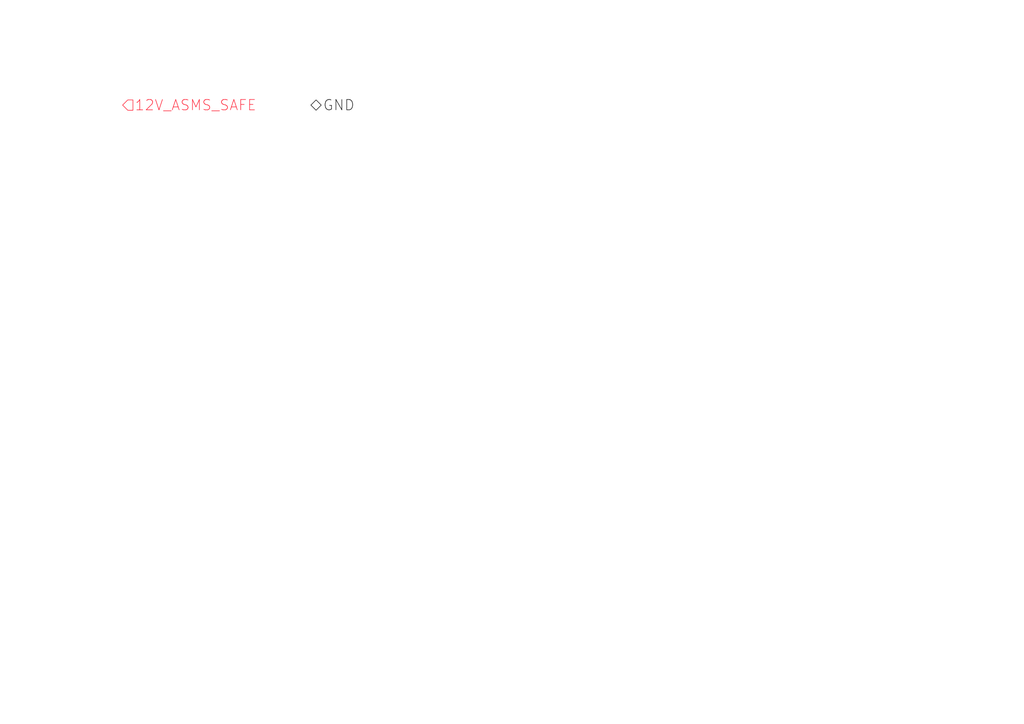
<source format=kicad_sch>
(kicad_sch
	(version 20250114)
	(generator "eeschema")
	(generator_version "9.0")
	(uuid "6da456ba-edbc-419b-a198-b2b2ba4ac2d6")
	(paper "A4")
	(lib_symbols)
	(hierarchical_label "GND"
		(shape bidirectional)
		(at 90.17 30.48 0)
		(effects
			(font
				(size 3 3)
				(color 0 0 0 1)
			)
			(justify left)
		)
		(uuid "752b731f-9335-489c-b55d-67ed68a1f9df")
	)
	(hierarchical_label "12V_ASMS_SAFE"
		(shape input)
		(at 35.56 30.48 0)
		(effects
			(font
				(size 3 3)
				(color 255 9 31 1)
			)
			(justify left)
		)
		(uuid "9a7eb38b-83ec-40d1-96db-7b42764ee610")
	)
)

</source>
